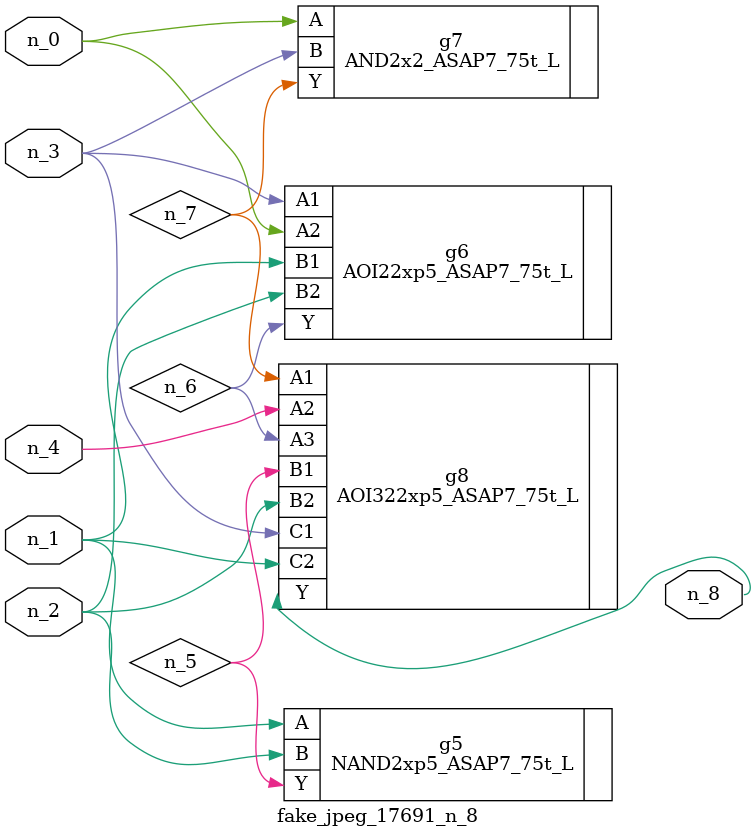
<source format=v>
module fake_jpeg_17691_n_8 (n_3, n_2, n_1, n_0, n_4, n_8);

input n_3;
input n_2;
input n_1;
input n_0;
input n_4;

output n_8;

wire n_6;
wire n_5;
wire n_7;

NAND2xp5_ASAP7_75t_L g5 ( 
.A(n_1),
.B(n_2),
.Y(n_5)
);

AOI22xp5_ASAP7_75t_L g6 ( 
.A1(n_3),
.A2(n_0),
.B1(n_1),
.B2(n_2),
.Y(n_6)
);

AND2x2_ASAP7_75t_L g7 ( 
.A(n_0),
.B(n_3),
.Y(n_7)
);

AOI322xp5_ASAP7_75t_L g8 ( 
.A1(n_7),
.A2(n_4),
.A3(n_6),
.B1(n_5),
.B2(n_2),
.C1(n_3),
.C2(n_1),
.Y(n_8)
);


endmodule
</source>
